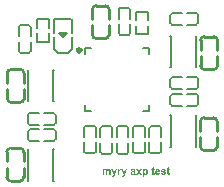
<source format=gto>
G04*
G04 #@! TF.GenerationSoftware,Altium Limited,Altium Designer,25.0.2 (28)*
G04*
G04 Layer_Color=65535*
%FSLAX44Y44*%
%MOMM*%
G71*
G04*
G04 #@! TF.SameCoordinates,45B9F587-651D-48FE-9BFB-3449DA8E954A*
G04*
G04*
G04 #@! TF.FilePolarity,Positive*
G04*
G01*
G75*
%ADD10C,0.1524*%
%ADD11C,0.2540*%
%ADD12C,0.3000*%
%ADD13C,0.1500*%
%ADD14C,0.2000*%
G36*
X95599Y35825D02*
X95648Y35818D01*
X95766Y35804D01*
X95898Y35784D01*
X96043Y35742D01*
X96189Y35694D01*
X96328Y35624D01*
X96334D01*
X96341Y35617D01*
X96383Y35582D01*
X96446Y35534D01*
X96529Y35472D01*
X96612Y35381D01*
X96702Y35277D01*
X96785Y35153D01*
X96855Y35014D01*
X96861Y35000D01*
X96868Y34979D01*
X96875Y34959D01*
X96882Y34924D01*
X96896Y34882D01*
X96910Y34841D01*
X96924Y34785D01*
X96931Y34716D01*
X96945Y34646D01*
X96959Y34570D01*
X96966Y34480D01*
X96973Y34390D01*
X96979Y34286D01*
X96986Y34168D01*
Y34050D01*
Y31089D01*
X95759D01*
Y33738D01*
Y33745D01*
Y33766D01*
Y33800D01*
Y33849D01*
X95752Y33905D01*
Y33967D01*
X95745Y34113D01*
X95724Y34258D01*
X95703Y34411D01*
X95690Y34473D01*
X95669Y34536D01*
X95648Y34591D01*
X95627Y34632D01*
X95620Y34646D01*
X95592Y34674D01*
X95558Y34716D01*
X95502Y34764D01*
X95426Y34813D01*
X95336Y34854D01*
X95232Y34882D01*
X95107Y34896D01*
X95065D01*
X95017Y34889D01*
X94948Y34875D01*
X94878Y34854D01*
X94795Y34827D01*
X94712Y34792D01*
X94622Y34737D01*
X94615Y34730D01*
X94587Y34709D01*
X94545Y34667D01*
X94497Y34619D01*
X94441Y34556D01*
X94386Y34473D01*
X94338Y34383D01*
X94296Y34272D01*
X94289Y34258D01*
Y34237D01*
X94282Y34216D01*
X94275Y34182D01*
X94268Y34140D01*
X94254Y34099D01*
X94247Y34043D01*
X94240Y33981D01*
X94227Y33905D01*
X94220Y33828D01*
X94213Y33745D01*
X94206Y33648D01*
Y33544D01*
X94199Y33433D01*
Y33315D01*
Y31089D01*
X92971D01*
Y33627D01*
Y33634D01*
Y33655D01*
Y33689D01*
Y33738D01*
Y33793D01*
Y33856D01*
X92964Y33995D01*
X92957Y34140D01*
X92944Y34286D01*
X92937Y34348D01*
X92923Y34411D01*
X92916Y34459D01*
X92902Y34501D01*
Y34508D01*
X92888Y34536D01*
X92874Y34570D01*
X92853Y34612D01*
X92791Y34709D01*
X92750Y34757D01*
X92701Y34799D01*
X92694Y34806D01*
X92673Y34813D01*
X92646Y34827D01*
X92604Y34848D01*
X92548Y34868D01*
X92486Y34882D01*
X92410Y34889D01*
X92326Y34896D01*
X92278D01*
X92222Y34889D01*
X92153Y34875D01*
X92077Y34854D01*
X91994Y34827D01*
X91904Y34792D01*
X91813Y34737D01*
X91806Y34730D01*
X91779Y34709D01*
X91737Y34674D01*
X91689Y34626D01*
X91640Y34563D01*
X91585Y34487D01*
X91536Y34397D01*
X91494Y34293D01*
X91488Y34279D01*
Y34265D01*
X91481Y34237D01*
X91474Y34210D01*
X91467Y34168D01*
X91453Y34119D01*
X91446Y34071D01*
X91439Y34009D01*
X91425Y33939D01*
X91418Y33856D01*
X91411Y33773D01*
X91404Y33676D01*
Y33572D01*
X91397Y33461D01*
Y33343D01*
Y31089D01*
X90170D01*
Y35728D01*
X91300D01*
Y35090D01*
X91307Y35097D01*
X91328Y35125D01*
X91363Y35159D01*
X91411Y35208D01*
X91467Y35264D01*
X91536Y35326D01*
X91619Y35395D01*
X91709Y35465D01*
X91806Y35534D01*
X91917Y35596D01*
X92035Y35659D01*
X92160Y35714D01*
X92299Y35763D01*
X92437Y35798D01*
X92590Y35825D01*
X92743Y35832D01*
X92819D01*
X92853Y35825D01*
X92902D01*
X93006Y35811D01*
X93124Y35784D01*
X93256Y35756D01*
X93387Y35707D01*
X93512Y35645D01*
X93519D01*
X93526Y35638D01*
X93568Y35610D01*
X93630Y35569D01*
X93706Y35506D01*
X93790Y35430D01*
X93880Y35333D01*
X93970Y35222D01*
X94053Y35090D01*
X94060Y35097D01*
X94067Y35104D01*
X94081Y35125D01*
X94109Y35153D01*
X94171Y35215D01*
X94247Y35298D01*
X94351Y35388D01*
X94462Y35485D01*
X94580Y35569D01*
X94712Y35645D01*
X94719D01*
X94726Y35652D01*
X94747Y35666D01*
X94774Y35673D01*
X94844Y35707D01*
X94941Y35742D01*
X95052Y35770D01*
X95183Y35804D01*
X95322Y35825D01*
X95468Y35832D01*
X95551D01*
X95599Y35825D01*
D02*
G37*
G36*
X105432D02*
X105474Y35818D01*
X105578Y35804D01*
X105703Y35777D01*
X105841Y35735D01*
X105987Y35673D01*
X106132Y35596D01*
X105751Y34529D01*
X105737Y34536D01*
X105696Y34563D01*
X105640Y34591D01*
X105564Y34632D01*
X105474Y34667D01*
X105377Y34702D01*
X105280Y34723D01*
X105176Y34730D01*
X105134D01*
X105085Y34723D01*
X105023Y34709D01*
X104954Y34695D01*
X104884Y34667D01*
X104808Y34632D01*
X104739Y34584D01*
X104732Y34577D01*
X104711Y34556D01*
X104676Y34522D01*
X104635Y34466D01*
X104593Y34397D01*
X104545Y34307D01*
X104496Y34203D01*
X104454Y34071D01*
Y34064D01*
X104447Y34050D01*
Y34029D01*
X104441Y33995D01*
X104434Y33953D01*
X104427Y33891D01*
X104413Y33821D01*
X104406Y33738D01*
X104399Y33641D01*
X104385Y33530D01*
X104378Y33405D01*
X104371Y33260D01*
X104364Y33100D01*
Y32927D01*
X104357Y32733D01*
Y32518D01*
Y31089D01*
X103130D01*
Y35728D01*
X104267D01*
Y35062D01*
X104274Y35069D01*
X104281Y35083D01*
X104295Y35104D01*
X104316Y35139D01*
X104371Y35222D01*
X104441Y35319D01*
X104524Y35423D01*
X104607Y35520D01*
X104697Y35610D01*
X104746Y35652D01*
X104787Y35680D01*
X104801Y35687D01*
X104829Y35700D01*
X104877Y35728D01*
X104940Y35756D01*
X105023Y35784D01*
X105113Y35811D01*
X105210Y35825D01*
X105321Y35832D01*
X105391D01*
X105432Y35825D01*
D02*
G37*
G36*
X126685D02*
X126748D01*
X126817Y35811D01*
X126894Y35798D01*
X126984Y35777D01*
X127088Y35756D01*
X127192Y35721D01*
X127303Y35680D01*
X127414Y35624D01*
X127531Y35562D01*
X127649Y35492D01*
X127760Y35402D01*
X127871Y35305D01*
X127982Y35194D01*
X127989Y35187D01*
X128010Y35166D01*
X128038Y35132D01*
X128072Y35076D01*
X128114Y35014D01*
X128162Y34938D01*
X128211Y34841D01*
X128266Y34737D01*
X128322Y34619D01*
X128371Y34487D01*
X128419Y34341D01*
X128461Y34182D01*
X128495Y34015D01*
X128530Y33835D01*
X128544Y33641D01*
X128551Y33433D01*
Y33419D01*
Y33384D01*
X128544Y33322D01*
Y33239D01*
X128537Y33142D01*
X128523Y33031D01*
X128502Y32906D01*
X128482Y32767D01*
X128447Y32629D01*
X128412Y32476D01*
X128364Y32330D01*
X128308Y32178D01*
X128246Y32032D01*
X128169Y31887D01*
X128079Y31748D01*
X127982Y31623D01*
X127975Y31616D01*
X127955Y31595D01*
X127927Y31568D01*
X127878Y31526D01*
X127823Y31477D01*
X127760Y31422D01*
X127684Y31367D01*
X127594Y31304D01*
X127504Y31242D01*
X127393Y31186D01*
X127282Y31131D01*
X127157Y31082D01*
X127032Y31048D01*
X126894Y31013D01*
X126755Y30992D01*
X126602Y30985D01*
X126540D01*
X126464Y30992D01*
X126367Y31006D01*
X126263Y31020D01*
X126145Y31048D01*
X126020Y31089D01*
X125902Y31138D01*
X125888Y31145D01*
X125847Y31165D01*
X125784Y31207D01*
X125701Y31263D01*
X125604Y31332D01*
X125493Y31422D01*
X125375Y31533D01*
X125250Y31658D01*
Y29328D01*
X124023D01*
Y35728D01*
X125167D01*
Y35049D01*
X125181Y35055D01*
X125209Y35097D01*
X125257Y35166D01*
X125326Y35243D01*
X125410Y35333D01*
X125514Y35430D01*
X125632Y35527D01*
X125763Y35610D01*
X125770D01*
X125784Y35617D01*
X125805Y35631D01*
X125833Y35645D01*
X125867Y35659D01*
X125909Y35680D01*
X126013Y35721D01*
X126138Y35763D01*
X126283Y35798D01*
X126443Y35825D01*
X126609Y35832D01*
X126644D01*
X126685Y35825D01*
D02*
G37*
G36*
X121617Y33530D02*
X123329Y31089D01*
X121825D01*
X120882Y32524D01*
X119932Y31089D01*
X118496D01*
X120167Y33475D01*
X118566Y35728D01*
X120063D01*
X120882Y34452D01*
X121748Y35728D01*
X123184D01*
X121617Y33530D01*
D02*
G37*
G36*
X141781Y35825D02*
X141865D01*
X141955Y35818D01*
X142052Y35804D01*
X142163Y35791D01*
X142392Y35756D01*
X142620Y35700D01*
X142738Y35666D01*
X142842Y35624D01*
X142946Y35576D01*
X143036Y35520D01*
X143043D01*
X143057Y35506D01*
X143078Y35485D01*
X143113Y35465D01*
X143147Y35430D01*
X143196Y35388D01*
X143237Y35340D01*
X143293Y35291D01*
X143341Y35229D01*
X143397Y35159D01*
X143452Y35083D01*
X143508Y35000D01*
X143556Y34917D01*
X143605Y34820D01*
X143681Y34605D01*
X142523Y34390D01*
Y34404D01*
X142509Y34432D01*
X142488Y34480D01*
X142461Y34542D01*
X142419Y34612D01*
X142371Y34681D01*
X142308Y34743D01*
X142239Y34806D01*
X142232Y34813D01*
X142197Y34827D01*
X142156Y34854D01*
X142086Y34882D01*
X142003Y34903D01*
X141906Y34931D01*
X141781Y34945D01*
X141650Y34952D01*
X141573D01*
X141490Y34945D01*
X141386Y34938D01*
X141275Y34917D01*
X141157Y34896D01*
X141053Y34861D01*
X140963Y34813D01*
X140956Y34806D01*
X140942Y34799D01*
X140921Y34771D01*
X140894Y34743D01*
X140866Y34709D01*
X140845Y34667D01*
X140831Y34619D01*
X140824Y34563D01*
Y34556D01*
Y34542D01*
X140831Y34515D01*
X140838Y34487D01*
X140852Y34452D01*
X140873Y34418D01*
X140901Y34376D01*
X140942Y34341D01*
X140949Y34334D01*
X140963Y34327D01*
X140984Y34320D01*
X141012Y34307D01*
X141046Y34293D01*
X141095Y34272D01*
X141150Y34251D01*
X141213Y34230D01*
X141296Y34203D01*
X141386Y34175D01*
X141497Y34140D01*
X141615Y34113D01*
X141754Y34071D01*
X141913Y34036D01*
X142086Y33995D01*
X142100D01*
X142128Y33988D01*
X142177Y33974D01*
X142246Y33953D01*
X142322Y33932D01*
X142419Y33905D01*
X142516Y33877D01*
X142627Y33842D01*
X142849Y33766D01*
X143078Y33669D01*
X143182Y33620D01*
X143279Y33565D01*
X143376Y33509D01*
X143452Y33447D01*
X143459Y33440D01*
X143466Y33433D01*
X143487Y33412D01*
X143515Y33384D01*
X143542Y33357D01*
X143577Y33315D01*
X143612Y33266D01*
X143647Y33211D01*
X143716Y33079D01*
X143778Y32927D01*
X143827Y32746D01*
X143834Y32642D01*
X143841Y32538D01*
Y32531D01*
Y32511D01*
Y32476D01*
X143834Y32434D01*
X143827Y32379D01*
X143813Y32310D01*
X143799Y32240D01*
X143771Y32164D01*
X143744Y32081D01*
X143709Y31991D01*
X143667Y31900D01*
X143619Y31810D01*
X143556Y31713D01*
X143480Y31623D01*
X143404Y31533D01*
X143307Y31443D01*
X143300Y31436D01*
X143279Y31422D01*
X143251Y31401D01*
X143210Y31374D01*
X143154Y31339D01*
X143085Y31297D01*
X143002Y31256D01*
X142912Y31214D01*
X142808Y31172D01*
X142690Y31131D01*
X142558Y31089D01*
X142419Y31054D01*
X142267Y31027D01*
X142100Y31006D01*
X141920Y30992D01*
X141733Y30985D01*
X141643D01*
X141573Y30992D01*
X141497Y30999D01*
X141400Y31006D01*
X141303Y31020D01*
X141192Y31034D01*
X140949Y31075D01*
X140700Y31145D01*
X140575Y31193D01*
X140450Y31242D01*
X140339Y31297D01*
X140228Y31367D01*
X140221Y31374D01*
X140207Y31387D01*
X140180Y31408D01*
X140138Y31436D01*
X140096Y31477D01*
X140048Y31519D01*
X139992Y31575D01*
X139937Y31637D01*
X139874Y31713D01*
X139812Y31790D01*
X139756Y31873D01*
X139694Y31970D01*
X139639Y32067D01*
X139590Y32171D01*
X139548Y32289D01*
X139514Y32407D01*
X140741Y32594D01*
Y32587D01*
X140748Y32580D01*
X140755Y32538D01*
X140776Y32469D01*
X140810Y32393D01*
X140852Y32303D01*
X140907Y32213D01*
X140970Y32129D01*
X141053Y32053D01*
X141067Y32046D01*
X141095Y32025D01*
X141150Y31997D01*
X141227Y31963D01*
X141324Y31928D01*
X141441Y31900D01*
X141573Y31880D01*
X141726Y31873D01*
X141802D01*
X141844Y31880D01*
X141892D01*
X141996Y31893D01*
X142114Y31914D01*
X142232Y31949D01*
X142343Y31991D01*
X142440Y32046D01*
X142447Y32053D01*
X142468Y32067D01*
X142495Y32095D01*
X142523Y32129D01*
X142551Y32178D01*
X142579Y32233D01*
X142599Y32296D01*
X142606Y32372D01*
Y32379D01*
Y32393D01*
X142599Y32420D01*
X142593Y32455D01*
X142572Y32524D01*
X142544Y32566D01*
X142516Y32601D01*
X142509Y32608D01*
X142495Y32615D01*
X142468Y32636D01*
X142433Y32656D01*
X142378Y32684D01*
X142308Y32712D01*
X142218Y32740D01*
X142107Y32767D01*
X142100D01*
X142093Y32774D01*
X142072D01*
X142045Y32781D01*
X141968Y32802D01*
X141871Y32823D01*
X141754Y32850D01*
X141622Y32885D01*
X141476Y32920D01*
X141317Y32961D01*
X141005Y33059D01*
X140845Y33107D01*
X140693Y33156D01*
X140554Y33211D01*
X140429Y33260D01*
X140318Y33315D01*
X140235Y33364D01*
X140228Y33370D01*
X140214Y33384D01*
X140186Y33405D01*
X140152Y33433D01*
X140110Y33468D01*
X140062Y33516D01*
X140013Y33572D01*
X139965Y33634D01*
X139909Y33703D01*
X139860Y33780D01*
X139812Y33870D01*
X139770Y33960D01*
X139736Y34064D01*
X139708Y34168D01*
X139694Y34286D01*
X139687Y34404D01*
Y34411D01*
Y34432D01*
Y34459D01*
X139694Y34508D01*
X139701Y34556D01*
X139715Y34619D01*
X139729Y34681D01*
X139749Y34757D01*
X139805Y34917D01*
X139840Y35000D01*
X139888Y35083D01*
X139944Y35173D01*
X140006Y35257D01*
X140075Y35340D01*
X140159Y35416D01*
X140166Y35423D01*
X140180Y35437D01*
X140207Y35458D01*
X140249Y35478D01*
X140297Y35513D01*
X140360Y35548D01*
X140436Y35582D01*
X140519Y35624D01*
X140616Y35666D01*
X140727Y35700D01*
X140845Y35735D01*
X140977Y35770D01*
X141123Y35791D01*
X141282Y35811D01*
X141448Y35825D01*
X141629Y35832D01*
X141719D01*
X141781Y35825D01*
D02*
G37*
G36*
X109211Y31263D02*
X108913Y30458D01*
Y30451D01*
X108906Y30437D01*
X108899Y30417D01*
X108885Y30389D01*
X108858Y30319D01*
X108816Y30229D01*
X108767Y30132D01*
X108719Y30028D01*
X108664Y29931D01*
X108608Y29841D01*
X108601Y29834D01*
X108580Y29806D01*
X108553Y29765D01*
X108511Y29716D01*
X108462Y29661D01*
X108407Y29605D01*
X108338Y29550D01*
X108268Y29494D01*
X108261Y29487D01*
X108234Y29474D01*
X108192Y29446D01*
X108143Y29418D01*
X108074Y29383D01*
X107991Y29349D01*
X107901Y29314D01*
X107804Y29286D01*
X107790D01*
X107755Y29272D01*
X107700Y29265D01*
X107623Y29252D01*
X107533Y29238D01*
X107429Y29224D01*
X107311Y29217D01*
X107180Y29210D01*
X107117D01*
X107048Y29217D01*
X106965D01*
X106854Y29231D01*
X106743Y29245D01*
X106618Y29258D01*
X106493Y29286D01*
X106382Y30250D01*
X106396D01*
X106431Y30243D01*
X106486Y30229D01*
X106556Y30222D01*
X106632Y30208D01*
X106722Y30195D01*
X106895Y30188D01*
X106937D01*
X106965Y30195D01*
X107041Y30202D01*
X107138Y30222D01*
X107235Y30250D01*
X107346Y30299D01*
X107443Y30361D01*
X107526Y30444D01*
X107533Y30458D01*
X107561Y30493D01*
X107596Y30541D01*
X107644Y30618D01*
X107693Y30708D01*
X107748Y30819D01*
X107797Y30937D01*
X107838Y31075D01*
X106084Y35728D01*
X107388D01*
X108490Y32427D01*
X109579Y35728D01*
X110848D01*
X109211Y31263D01*
D02*
G37*
G36*
X100758D02*
X100460Y30458D01*
Y30451D01*
X100453Y30437D01*
X100447Y30417D01*
X100433Y30389D01*
X100405Y30319D01*
X100363Y30229D01*
X100315Y30132D01*
X100266Y30028D01*
X100211Y29931D01*
X100155Y29841D01*
X100148Y29834D01*
X100127Y29806D01*
X100100Y29765D01*
X100058Y29716D01*
X100010Y29661D01*
X99954Y29605D01*
X99885Y29550D01*
X99816Y29494D01*
X99809Y29487D01*
X99781Y29474D01*
X99739Y29446D01*
X99691Y29418D01*
X99621Y29383D01*
X99538Y29349D01*
X99448Y29314D01*
X99351Y29286D01*
X99337D01*
X99302Y29272D01*
X99247Y29265D01*
X99171Y29252D01*
X99080Y29238D01*
X98976Y29224D01*
X98859Y29217D01*
X98727Y29210D01*
X98664D01*
X98595Y29217D01*
X98512D01*
X98401Y29231D01*
X98290Y29245D01*
X98165Y29258D01*
X98040Y29286D01*
X97929Y30250D01*
X97943D01*
X97978Y30243D01*
X98033Y30229D01*
X98103Y30222D01*
X98179Y30208D01*
X98269Y30195D01*
X98442Y30188D01*
X98484D01*
X98512Y30195D01*
X98588Y30202D01*
X98685Y30222D01*
X98782Y30250D01*
X98893Y30299D01*
X98990Y30361D01*
X99073Y30444D01*
X99080Y30458D01*
X99108Y30493D01*
X99143Y30541D01*
X99191Y30618D01*
X99240Y30708D01*
X99295Y30819D01*
X99344Y30937D01*
X99386Y31075D01*
X97631Y35728D01*
X98935D01*
X100037Y32427D01*
X101126Y35728D01*
X102395D01*
X100758Y31263D01*
D02*
G37*
G36*
X116132Y35825D02*
X116215D01*
X116298Y35818D01*
X116395Y35804D01*
X116596Y35784D01*
X116797Y35749D01*
X116992Y35700D01*
X117075Y35666D01*
X117158Y35631D01*
X117165D01*
X117179Y35624D01*
X117199Y35610D01*
X117220Y35596D01*
X117297Y35555D01*
X117380Y35499D01*
X117477Y35423D01*
X117567Y35340D01*
X117657Y35243D01*
X117726Y35139D01*
X117733Y35125D01*
X117740Y35104D01*
X117754Y35083D01*
X117768Y35049D01*
X117782Y35000D01*
X117796Y34952D01*
X117810Y34889D01*
X117824Y34820D01*
X117837Y34743D01*
X117851Y34653D01*
X117865Y34549D01*
X117879Y34438D01*
X117886Y34320D01*
X117893Y34189D01*
Y34043D01*
X117872Y32608D01*
Y32601D01*
Y32580D01*
Y32552D01*
Y32511D01*
Y32455D01*
Y32400D01*
X117879Y32268D01*
X117886Y32122D01*
X117893Y31970D01*
X117907Y31831D01*
X117921Y31762D01*
X117928Y31706D01*
Y31692D01*
X117942Y31658D01*
X117955Y31595D01*
X117976Y31519D01*
X118004Y31429D01*
X118046Y31325D01*
X118094Y31207D01*
X118149Y31089D01*
X116936D01*
Y31096D01*
X116929Y31110D01*
X116915Y31138D01*
X116901Y31179D01*
X116888Y31228D01*
X116860Y31290D01*
X116839Y31367D01*
X116811Y31450D01*
Y31457D01*
X116804Y31470D01*
X116797Y31512D01*
X116784Y31561D01*
X116777Y31581D01*
X116770Y31595D01*
X116756Y31581D01*
X116714Y31547D01*
X116652Y31491D01*
X116568Y31422D01*
X116471Y31353D01*
X116354Y31276D01*
X116229Y31200D01*
X116097Y31138D01*
X116090D01*
X116083Y31131D01*
X116062Y31124D01*
X116035Y31117D01*
X115965Y31089D01*
X115868Y31061D01*
X115757Y31034D01*
X115625Y31006D01*
X115487Y30992D01*
X115334Y30985D01*
X115265D01*
X115216Y30992D01*
X115154Y30999D01*
X115085Y31006D01*
X115008Y31020D01*
X114925Y31034D01*
X114745Y31075D01*
X114558Y31145D01*
X114460Y31193D01*
X114370Y31242D01*
X114287Y31297D01*
X114204Y31367D01*
X114197Y31374D01*
X114183Y31387D01*
X114169Y31408D01*
X114142Y31436D01*
X114107Y31477D01*
X114072Y31519D01*
X114038Y31575D01*
X114003Y31637D01*
X113961Y31706D01*
X113927Y31776D01*
X113857Y31949D01*
X113829Y32039D01*
X113816Y32136D01*
X113802Y32240D01*
X113795Y32351D01*
Y32358D01*
Y32372D01*
Y32393D01*
Y32420D01*
X113802Y32490D01*
X113816Y32587D01*
X113843Y32698D01*
X113871Y32816D01*
X113920Y32934D01*
X113982Y33052D01*
Y33059D01*
X113989Y33065D01*
X114017Y33100D01*
X114058Y33156D01*
X114121Y33225D01*
X114190Y33301D01*
X114280Y33377D01*
X114384Y33454D01*
X114502Y33516D01*
X114509D01*
X114516Y33523D01*
X114537Y33530D01*
X114565Y33544D01*
X114599Y33558D01*
X114641Y33579D01*
X114696Y33592D01*
X114752Y33613D01*
X114814Y33634D01*
X114890Y33662D01*
X114974Y33683D01*
X115057Y33710D01*
X115154Y33731D01*
X115258Y33759D01*
X115362Y33787D01*
X115480Y33807D01*
X115487D01*
X115514Y33814D01*
X115563Y33821D01*
X115618Y33835D01*
X115688Y33849D01*
X115771Y33863D01*
X115861Y33884D01*
X115958Y33905D01*
X116152Y33953D01*
X116354Y34002D01*
X116444Y34029D01*
X116534Y34057D01*
X116610Y34085D01*
X116679Y34113D01*
Y34230D01*
Y34237D01*
Y34244D01*
Y34293D01*
X116672Y34355D01*
X116659Y34432D01*
X116638Y34515D01*
X116603Y34598D01*
X116562Y34681D01*
X116499Y34743D01*
X116492Y34750D01*
X116465Y34764D01*
X116416Y34792D01*
X116354Y34820D01*
X116263Y34848D01*
X116145Y34875D01*
X116076Y34882D01*
X116007Y34889D01*
X115924Y34896D01*
X115778D01*
X115716Y34889D01*
X115646Y34882D01*
X115563Y34861D01*
X115473Y34841D01*
X115390Y34806D01*
X115313Y34764D01*
X115307Y34757D01*
X115286Y34737D01*
X115251Y34709D01*
X115209Y34660D01*
X115161Y34598D01*
X115112Y34515D01*
X115064Y34418D01*
X115022Y34307D01*
X113920Y34508D01*
Y34515D01*
X113927Y34536D01*
X113940Y34570D01*
X113954Y34619D01*
X113975Y34674D01*
X114003Y34737D01*
X114072Y34882D01*
X114162Y35049D01*
X114273Y35215D01*
X114405Y35368D01*
X114481Y35444D01*
X114565Y35506D01*
X114571Y35513D01*
X114585Y35520D01*
X114613Y35534D01*
X114648Y35555D01*
X114696Y35582D01*
X114759Y35610D01*
X114828Y35638D01*
X114904Y35673D01*
X115001Y35700D01*
X115098Y35728D01*
X115209Y35756D01*
X115334Y35784D01*
X115466Y35804D01*
X115612Y35818D01*
X115764Y35832D01*
X116069D01*
X116132Y35825D01*
D02*
G37*
G36*
X146205Y35728D02*
X147044D01*
Y34750D01*
X146205D01*
Y32878D01*
Y32871D01*
Y32850D01*
Y32823D01*
Y32788D01*
Y32746D01*
Y32691D01*
Y32580D01*
X146212Y32469D01*
Y32358D01*
X146219Y32310D01*
Y32268D01*
X146226Y32233D01*
Y32213D01*
Y32206D01*
X146233Y32199D01*
X146247Y32157D01*
X146281Y32109D01*
X146330Y32060D01*
X146337D01*
X146344Y32053D01*
X146365Y32046D01*
X146392Y32032D01*
X146455Y32011D01*
X146538Y32004D01*
X146573D01*
X146608Y32011D01*
X146663Y32018D01*
X146732Y32032D01*
X146822Y32053D01*
X146919Y32081D01*
X147030Y32115D01*
X147141Y31165D01*
X147135D01*
X147121Y31158D01*
X147100Y31152D01*
X147065Y31138D01*
X147023Y31124D01*
X146975Y31110D01*
X146919Y31089D01*
X146857Y31075D01*
X146718Y31041D01*
X146552Y31013D01*
X146365Y30992D01*
X146171Y30985D01*
X146115D01*
X146053Y30992D01*
X145969Y30999D01*
X145879Y31013D01*
X145782Y31034D01*
X145678Y31061D01*
X145574Y31096D01*
X145560Y31103D01*
X145533Y31117D01*
X145484Y31138D01*
X145429Y31172D01*
X145366Y31214D01*
X145297Y31263D01*
X145241Y31318D01*
X145186Y31380D01*
X145179Y31387D01*
X145165Y31415D01*
X145144Y31457D01*
X145117Y31505D01*
X145089Y31575D01*
X145061Y31658D01*
X145033Y31755D01*
X145013Y31859D01*
Y31873D01*
X145006Y31900D01*
Y31928D01*
X144999Y31963D01*
Y32004D01*
Y32046D01*
X144992Y32102D01*
Y32164D01*
X144985Y32233D01*
Y32317D01*
X144978Y32407D01*
Y32504D01*
Y32608D01*
Y32726D01*
Y34750D01*
X144416D01*
Y35728D01*
X144978D01*
Y36650D01*
X146205Y37372D01*
Y35728D01*
D02*
G37*
G36*
X136837Y35825D02*
X136913Y35818D01*
X136997Y35811D01*
X137101Y35798D01*
X137212Y35777D01*
X137330Y35749D01*
X137461Y35707D01*
X137593Y35666D01*
X137725Y35610D01*
X137863Y35541D01*
X137995Y35465D01*
X138127Y35375D01*
X138252Y35264D01*
X138370Y35146D01*
X138377Y35139D01*
X138397Y35111D01*
X138425Y35076D01*
X138460Y35021D01*
X138508Y34945D01*
X138557Y34854D01*
X138612Y34750D01*
X138668Y34632D01*
X138723Y34494D01*
X138772Y34334D01*
X138820Y34168D01*
X138862Y33981D01*
X138897Y33773D01*
X138924Y33551D01*
X138945Y33315D01*
Y33059D01*
X135873D01*
Y33052D01*
Y33038D01*
Y33003D01*
X135880Y32968D01*
X135887Y32920D01*
X135894Y32864D01*
X135915Y32746D01*
X135950Y32608D01*
X135998Y32462D01*
X136067Y32324D01*
X136165Y32199D01*
X136172D01*
X136178Y32185D01*
X136213Y32150D01*
X136276Y32102D01*
X136359Y32053D01*
X136463Y31997D01*
X136587Y31949D01*
X136726Y31914D01*
X136803Y31907D01*
X136879Y31900D01*
X136927D01*
X136976Y31907D01*
X137045Y31921D01*
X137121Y31935D01*
X137198Y31963D01*
X137281Y32004D01*
X137357Y32053D01*
X137364Y32060D01*
X137392Y32081D01*
X137427Y32122D01*
X137468Y32178D01*
X137524Y32247D01*
X137572Y32337D01*
X137621Y32441D01*
X137662Y32566D01*
X138883Y32358D01*
Y32351D01*
X138869Y32330D01*
X138855Y32296D01*
X138841Y32247D01*
X138813Y32192D01*
X138779Y32129D01*
X138744Y32053D01*
X138702Y31977D01*
X138598Y31810D01*
X138467Y31644D01*
X138314Y31477D01*
X138224Y31401D01*
X138134Y31332D01*
X138127Y31325D01*
X138113Y31318D01*
X138085Y31297D01*
X138044Y31276D01*
X137995Y31249D01*
X137933Y31221D01*
X137863Y31193D01*
X137787Y31158D01*
X137697Y31124D01*
X137600Y31096D01*
X137496Y31068D01*
X137385Y31041D01*
X137267Y31020D01*
X137135Y30999D01*
X137004Y30992D01*
X136865Y30985D01*
X136809D01*
X136747Y30992D01*
X136664Y30999D01*
X136567Y31006D01*
X136449Y31027D01*
X136324Y31048D01*
X136185Y31082D01*
X136040Y31124D01*
X135894Y31179D01*
X135749Y31242D01*
X135596Y31318D01*
X135457Y31408D01*
X135319Y31512D01*
X135194Y31630D01*
X135076Y31769D01*
X135069Y31776D01*
X135055Y31797D01*
X135034Y31831D01*
X135007Y31887D01*
X134972Y31949D01*
X134930Y32018D01*
X134889Y32109D01*
X134847Y32206D01*
X134805Y32317D01*
X134764Y32441D01*
X134722Y32573D01*
X134688Y32712D01*
X134660Y32864D01*
X134639Y33024D01*
X134625Y33197D01*
X134618Y33370D01*
Y33384D01*
Y33419D01*
X134625Y33482D01*
Y33558D01*
X134639Y33655D01*
X134653Y33773D01*
X134667Y33891D01*
X134694Y34029D01*
X134722Y34168D01*
X134764Y34314D01*
X134812Y34466D01*
X134868Y34619D01*
X134937Y34764D01*
X135020Y34910D01*
X135111Y35049D01*
X135215Y35173D01*
X135222Y35180D01*
X135242Y35201D01*
X135277Y35236D01*
X135325Y35277D01*
X135381Y35326D01*
X135457Y35381D01*
X135541Y35444D01*
X135631Y35506D01*
X135735Y35562D01*
X135852Y35624D01*
X135977Y35680D01*
X136116Y35728D01*
X136255Y35770D01*
X136407Y35804D01*
X136574Y35825D01*
X136740Y35832D01*
X136789D01*
X136837Y35825D01*
D02*
G37*
G36*
X133287Y35728D02*
X134126D01*
Y34750D01*
X133287D01*
Y32878D01*
Y32871D01*
Y32850D01*
Y32823D01*
Y32788D01*
Y32746D01*
Y32691D01*
Y32580D01*
X133294Y32469D01*
Y32358D01*
X133301Y32310D01*
Y32268D01*
X133308Y32233D01*
Y32213D01*
Y32206D01*
X133315Y32199D01*
X133329Y32157D01*
X133363Y32109D01*
X133412Y32060D01*
X133419D01*
X133426Y32053D01*
X133446Y32046D01*
X133474Y32032D01*
X133537Y32011D01*
X133620Y32004D01*
X133654D01*
X133689Y32011D01*
X133744Y32018D01*
X133814Y32032D01*
X133904Y32053D01*
X134001Y32081D01*
X134112Y32115D01*
X134223Y31165D01*
X134216D01*
X134202Y31158D01*
X134181Y31152D01*
X134147Y31138D01*
X134105Y31124D01*
X134057Y31110D01*
X134001Y31089D01*
X133939Y31075D01*
X133800Y31041D01*
X133634Y31013D01*
X133446Y30992D01*
X133252Y30985D01*
X133197D01*
X133134Y30992D01*
X133051Y30999D01*
X132961Y31013D01*
X132864Y31034D01*
X132760Y31061D01*
X132656Y31096D01*
X132642Y31103D01*
X132614Y31117D01*
X132566Y31138D01*
X132510Y31172D01*
X132448Y31214D01*
X132379Y31263D01*
X132323Y31318D01*
X132268Y31380D01*
X132261Y31387D01*
X132247Y31415D01*
X132226Y31457D01*
X132198Y31505D01*
X132170Y31575D01*
X132143Y31658D01*
X132115Y31755D01*
X132094Y31859D01*
Y31873D01*
X132087Y31900D01*
Y31928D01*
X132080Y31963D01*
Y32004D01*
Y32046D01*
X132073Y32102D01*
Y32164D01*
X132066Y32233D01*
Y32317D01*
X132059Y32407D01*
Y32504D01*
Y32608D01*
Y32726D01*
Y34750D01*
X131498D01*
Y35728D01*
X132059D01*
Y36650D01*
X133287Y37372D01*
Y35728D01*
D02*
G37*
%LPC*%
G36*
X126269Y34861D02*
X126228D01*
X126193Y34854D01*
X126159Y34848D01*
X126110Y34841D01*
X126006Y34820D01*
X125888Y34778D01*
X125763Y34716D01*
X125701Y34674D01*
X125638Y34626D01*
X125576Y34570D01*
X125521Y34508D01*
Y34501D01*
X125507Y34494D01*
X125493Y34473D01*
X125472Y34445D01*
X125451Y34404D01*
X125430Y34362D01*
X125403Y34307D01*
X125375Y34251D01*
X125347Y34182D01*
X125319Y34106D01*
X125299Y34022D01*
X125278Y33932D01*
X125257Y33828D01*
X125243Y33724D01*
X125236Y33606D01*
X125229Y33482D01*
Y33475D01*
Y33447D01*
Y33405D01*
X125236Y33357D01*
Y33287D01*
X125243Y33211D01*
X125257Y33135D01*
X125271Y33045D01*
X125306Y32857D01*
X125361Y32663D01*
X125437Y32483D01*
X125479Y32400D01*
X125534Y32324D01*
X125541Y32317D01*
X125548Y32310D01*
X125590Y32268D01*
X125659Y32206D01*
X125749Y32143D01*
X125860Y32074D01*
X125985Y32011D01*
X126138Y31970D01*
X126214Y31963D01*
X126297Y31956D01*
X126339D01*
X126367Y31963D01*
X126443Y31977D01*
X126547Y31997D01*
X126658Y32039D01*
X126776Y32102D01*
X126831Y32136D01*
X126894Y32185D01*
X126949Y32233D01*
X127004Y32296D01*
X127011Y32303D01*
X127018Y32310D01*
X127032Y32330D01*
X127053Y32358D01*
X127074Y32400D01*
X127095Y32441D01*
X127122Y32497D01*
X127150Y32566D01*
X127178Y32636D01*
X127206Y32719D01*
X127226Y32809D01*
X127247Y32913D01*
X127268Y33024D01*
X127282Y33149D01*
X127296Y33280D01*
Y33419D01*
Y33426D01*
Y33454D01*
Y33488D01*
X127289Y33537D01*
Y33599D01*
X127282Y33669D01*
X127268Y33745D01*
X127261Y33828D01*
X127226Y34002D01*
X127171Y34182D01*
X127095Y34355D01*
X127053Y34432D01*
X126997Y34501D01*
Y34508D01*
X126984Y34515D01*
X126942Y34556D01*
X126880Y34612D01*
X126796Y34681D01*
X126692Y34750D01*
X126568Y34806D01*
X126429Y34848D01*
X126353Y34854D01*
X126269Y34861D01*
D02*
G37*
G36*
X116679Y33315D02*
X116666Y33308D01*
X116631Y33301D01*
X116575Y33280D01*
X116492Y33260D01*
X116388Y33232D01*
X116257Y33197D01*
X116104Y33163D01*
X115924Y33121D01*
X115917D01*
X115903Y33114D01*
X115875D01*
X115840Y33100D01*
X115757Y33079D01*
X115653Y33059D01*
X115542Y33024D01*
X115431Y32989D01*
X115334Y32954D01*
X115293Y32934D01*
X115258Y32913D01*
X115251Y32906D01*
X115223Y32885D01*
X115182Y32843D01*
X115140Y32795D01*
X115098Y32733D01*
X115057Y32656D01*
X115029Y32573D01*
X115022Y32483D01*
Y32469D01*
Y32441D01*
X115029Y32393D01*
X115043Y32330D01*
X115071Y32261D01*
X115098Y32185D01*
X115147Y32115D01*
X115209Y32039D01*
X115216Y32032D01*
X115244Y32011D01*
X115286Y31977D01*
X115341Y31949D01*
X115417Y31914D01*
X115501Y31880D01*
X115598Y31859D01*
X115702Y31852D01*
X115716D01*
X115757Y31859D01*
X115820Y31866D01*
X115903Y31880D01*
X116000Y31907D01*
X116111Y31942D01*
X116222Y31997D01*
X116333Y32067D01*
X116340Y32074D01*
X116367Y32095D01*
X116409Y32129D01*
X116451Y32178D01*
X116506Y32240D01*
X116555Y32310D01*
X116596Y32386D01*
X116631Y32469D01*
Y32476D01*
X116638Y32504D01*
X116645Y32545D01*
X116659Y32601D01*
X116666Y32684D01*
X116672Y32788D01*
X116679Y32913D01*
Y33065D01*
Y33315D01*
D02*
G37*
G36*
X136809Y34896D02*
X136768D01*
X136740Y34889D01*
X136671Y34882D01*
X136574Y34861D01*
X136470Y34827D01*
X136359Y34771D01*
X136255Y34695D01*
X136199Y34653D01*
X136151Y34598D01*
X136137Y34584D01*
X136109Y34542D01*
X136067Y34480D01*
X136019Y34390D01*
X135970Y34279D01*
X135929Y34140D01*
X135901Y33988D01*
X135894Y33807D01*
X137725D01*
Y33814D01*
Y33828D01*
Y33856D01*
X137718Y33898D01*
X137711Y33939D01*
X137704Y33988D01*
X137683Y34106D01*
X137648Y34237D01*
X137600Y34369D01*
X137537Y34501D01*
X137447Y34612D01*
X137434Y34626D01*
X137399Y34653D01*
X137343Y34702D01*
X137267Y34757D01*
X137177Y34806D01*
X137066Y34854D01*
X136941Y34882D01*
X136809Y34896D01*
D02*
G37*
%LPD*%
D10*
X113592Y171105D02*
G03*
X112068Y172629I-1524J0D01*
G01*
X105144D02*
G03*
X103620Y171105I0J-1524D01*
G01*
X112068Y149255D02*
G03*
X113592Y150779I0J1524D01*
G01*
X103620D02*
G03*
X105144Y149255I1524J0D01*
G01*
X74366Y50592D02*
G03*
X75890Y49068I1524J0D01*
G01*
X82814D02*
G03*
X84338Y50592I0J1524D01*
G01*
X75890Y72442D02*
G03*
X74366Y70918I0J-1524D01*
G01*
X84338D02*
G03*
X82814Y72442I-1524J0D01*
G01*
X125917Y70918D02*
G03*
X124392Y72442I-1524J0D01*
G01*
X117468D02*
G03*
X115944Y70918I0J-1524D01*
G01*
X124392Y49068D02*
G03*
X125917Y50592I0J1524D01*
G01*
X115944D02*
G03*
X117468Y49068I1524J0D01*
G01*
X129804Y50592D02*
G03*
X131328Y49068I1524J0D01*
G01*
X138252D02*
G03*
X139776Y50592I0J1524D01*
G01*
X131328Y72442D02*
G03*
X129804Y70918I0J-1524D01*
G01*
X139776D02*
G03*
X138252Y72442I-1524J0D01*
G01*
X88225Y50390D02*
G03*
X89749Y48866I1524J0D01*
G01*
X96673D02*
G03*
X98197Y50390I0J1524D01*
G01*
X89749Y72240D02*
G03*
X88225Y70716I0J-1524D01*
G01*
X98197D02*
G03*
X96673Y72240I-1524J0D01*
G01*
X169454Y158243D02*
G03*
X170978Y159767I0J1524D01*
G01*
Y166691D02*
G03*
X169454Y168215I-1524J0D01*
G01*
X147604Y159767D02*
G03*
X149128Y158243I1524J0D01*
G01*
Y168215D02*
G03*
X147604Y166691I0J-1524D01*
G01*
X112057Y70603D02*
G03*
X110533Y72127I-1524J0D01*
G01*
X103609D02*
G03*
X102085Y70603I0J-1524D01*
G01*
X110533Y48753D02*
G03*
X112057Y50277I0J1524D01*
G01*
X102085D02*
G03*
X103609Y48753I1524J0D01*
G01*
X149127Y113586D02*
G03*
X147603Y112062I0J-1524D01*
G01*
Y105138D02*
G03*
X149127Y103614I1524J0D01*
G01*
X170977Y112062D02*
G03*
X169454Y113586I-1524J0D01*
G01*
Y103614D02*
G03*
X170977Y105138I0J1524D01*
G01*
X169454Y89262D02*
G03*
X170977Y90786I0J1524D01*
G01*
Y97710D02*
G03*
X169454Y99234I-1524J0D01*
G01*
X147603Y90786D02*
G03*
X149127Y89262I1524J0D01*
G01*
Y99234D02*
G03*
X147603Y97710I0J-1524D01*
G01*
X28413Y69390D02*
G03*
X26889Y67866I0J-1524D01*
G01*
Y60942D02*
G03*
X28413Y59418I1524J0D01*
G01*
X50263Y67866D02*
G03*
X48739Y69390I-1524J0D01*
G01*
Y59418D02*
G03*
X50263Y60942I0J1524D01*
G01*
X28413Y83367D02*
G03*
X26889Y81843I0J-1524D01*
G01*
Y74919D02*
G03*
X28413Y73395I1524J0D01*
G01*
X50263Y81843D02*
G03*
X48739Y83367I-1524J0D01*
G01*
Y73395D02*
G03*
X50263Y74919I0J1524D01*
G01*
X19144Y135887D02*
G03*
X20668Y134363I1524J0D01*
G01*
X27592D02*
G03*
X29116Y135887I0J1524D01*
G01*
X20668Y157737D02*
G03*
X19144Y156213I0J-1524D01*
G01*
X29116D02*
G03*
X27592Y157737I-1524J0D01*
G01*
X105144Y172629D02*
X112068D01*
X103620Y163204D02*
Y171105D01*
X113592Y163204D02*
Y171105D01*
X105144Y149255D02*
X112068D01*
X103620Y150779D02*
Y158680D01*
X113592Y150779D02*
Y158680D01*
X169239Y81325D02*
X169351D01*
X169239Y54801D02*
Y81325D01*
Y54801D02*
X169351D01*
X147603Y81325D02*
X147715D01*
Y54801D02*
Y81325D01*
X147603Y54801D02*
X147715D01*
X147603Y122035D02*
X147715D01*
Y148559D01*
X147603D02*
X147715D01*
X169239Y122035D02*
X169351D01*
X169239D02*
Y148559D01*
X169351D01*
X26889Y26015D02*
X27001D01*
Y52539D01*
X26889D02*
X27001D01*
X48525Y26015D02*
X48637D01*
X48525D02*
Y52539D01*
X48637D01*
X48525Y119625D02*
X48637D01*
X48525Y93101D02*
Y119625D01*
Y93101D02*
X48637D01*
X26889Y119625D02*
X27001D01*
Y93101D02*
Y119625D01*
X26889Y93101D02*
X27001D01*
X75890Y49068D02*
X82814D01*
X84338Y50592D02*
Y58493D01*
X74366Y50592D02*
Y58493D01*
X75890Y72442D02*
X82814D01*
X84338Y63017D02*
Y70918D01*
X74366Y63017D02*
Y70918D01*
X115944Y63017D02*
Y70918D01*
X125917Y63017D02*
Y70918D01*
X117468Y72442D02*
X124392D01*
X115944Y50592D02*
Y58493D01*
X125917Y50592D02*
Y58493D01*
X117468Y49068D02*
X124392D01*
X131328D02*
X138252D01*
X139776Y50592D02*
Y58493D01*
X129804Y50592D02*
Y58493D01*
X131328Y72442D02*
X138252D01*
X139776Y63017D02*
Y70918D01*
X129804Y63017D02*
Y70918D01*
X89749Y48866D02*
X96673D01*
X98197Y50390D02*
Y58291D01*
X88225Y50390D02*
Y58291D01*
X89749Y72240D02*
X96673D01*
X98197Y62815D02*
Y70716D01*
X88225Y62815D02*
Y70716D01*
X128288Y150202D02*
Y157382D01*
X118316Y150202D02*
X128288D01*
X118316D02*
Y157382D01*
X128288Y161906D02*
Y169086D01*
X118316D02*
X128288D01*
X118316Y161906D02*
Y169086D01*
X170978Y159767D02*
Y166691D01*
X161553Y168215D02*
X169454D01*
X161553Y158243D02*
X169454D01*
X147604Y159767D02*
Y166691D01*
X149128Y168215D02*
X157028D01*
X149128Y158243D02*
X157028D01*
X102085Y62702D02*
Y70603D01*
X112057Y62702D02*
Y70603D01*
X103609Y72127D02*
X110533D01*
X102085Y50277D02*
Y58178D01*
X112057Y50277D02*
Y58178D01*
X103609Y48753D02*
X110533D01*
X149127Y103614D02*
X157028D01*
X149127Y113586D02*
X157028D01*
X147603Y105138D02*
Y112062D01*
X161553Y103614D02*
X169454D01*
X161553Y113586D02*
X169454D01*
X170977Y105138D02*
Y112062D01*
Y90786D02*
Y97710D01*
X161553Y99234D02*
X169454D01*
X161553Y89262D02*
X169454D01*
X147603Y90786D02*
Y97710D01*
X149127Y99234D02*
X157028D01*
X149127Y89262D02*
X157028D01*
X26889Y60942D02*
Y67866D01*
X28413Y59418D02*
X36314D01*
X28413Y69390D02*
X36314D01*
X50263Y60942D02*
Y67866D01*
X40838Y59418D02*
X48739D01*
X40838Y69390D02*
X48739D01*
X26889Y74919D02*
Y81843D01*
X28413Y73395D02*
X36314D01*
X28413Y83367D02*
X36314D01*
X50263Y74919D02*
Y81843D01*
X40838Y73395D02*
X48739D01*
X40838Y83367D02*
X48739D01*
X29116Y135887D02*
Y143788D01*
X19144Y135887D02*
Y143788D01*
X20668Y134363D02*
X27592D01*
X29116Y148312D02*
Y156213D01*
X19144Y148312D02*
Y156213D01*
X20668Y157737D02*
X27592D01*
X44678Y143728D02*
Y150909D01*
X34706Y143728D02*
X44678D01*
X34706D02*
Y150909D01*
X44678Y155433D02*
Y162613D01*
X34706D02*
X44678D01*
X34706Y155433D02*
Y162613D01*
D11*
X187050Y76343D02*
G03*
X183951Y79441I-3098J-0D01*
G01*
X175951D02*
G03*
X172853Y76343I0J-3098D01*
G01*
X172849Y54740D02*
G03*
X175947Y51642I3098J0D01*
G01*
X183947D02*
G03*
X187045Y54740I0J3098D01*
G01*
X173111Y123345D02*
G03*
X176210Y120247I3098J0D01*
G01*
X184210D02*
G03*
X187308Y123345I0J3098D01*
G01*
X187313Y144948D02*
G03*
X184214Y148046I-3098J0D01*
G01*
X176215D02*
G03*
X173116Y144948I-0J-3098D01*
G01*
X23266Y50414D02*
G03*
X20167Y53512I-3098J-0D01*
G01*
X12167D02*
G03*
X9069Y50414I0J-3098D01*
G01*
X9064Y28811D02*
G03*
X12162Y25713I3098J0D01*
G01*
X20162D02*
G03*
X23261Y28811I0J3098D01*
G01*
X9408Y95454D02*
G03*
X12507Y92356I3098J0D01*
G01*
X20507D02*
G03*
X23605Y95454I0J3098D01*
G01*
X23609Y117057D02*
G03*
X20511Y120156I-3098J0D01*
G01*
X12512D02*
G03*
X9413Y117057I-0J-3098D01*
G01*
X95611Y171151D02*
G03*
X92512Y174249I-3098J-0D01*
G01*
X84512D02*
G03*
X81414Y171151I0J-3098D01*
G01*
X81409Y149548D02*
G03*
X84508Y146450I3098J0D01*
G01*
X92507D02*
G03*
X95606Y149548I0J3098D01*
G01*
X175946Y51642D02*
X183947D01*
X175951Y79441D02*
X183952D01*
X187045Y54740D02*
Y62739D01*
X187050Y68344D02*
Y76344D01*
X172849Y54740D02*
Y62739D01*
X172853Y68344D02*
Y76344D01*
X176215Y148046D02*
X184215D01*
X176209Y120247D02*
X184210D01*
X173116Y136949D02*
Y144948D01*
X173111Y123344D02*
Y131344D01*
X187313Y136949D02*
Y144948D01*
X187308Y123344D02*
Y131344D01*
X12162Y25713D02*
X20162D01*
X12167Y53512D02*
X20168D01*
X23261Y28811D02*
Y36810D01*
X23266Y42415D02*
Y50415D01*
X9064Y28811D02*
Y36810D01*
X9069Y42415D02*
Y50415D01*
X12512Y120156D02*
X20512D01*
X12506Y92356D02*
X20507D01*
X9413Y109058D02*
Y117058D01*
X9408Y95454D02*
Y103454D01*
X23609Y109058D02*
Y117058D01*
X23605Y95454D02*
Y103454D01*
X84507Y146450D02*
X92507D01*
X84512Y174249D02*
X92513D01*
X95606Y149548D02*
Y157548D01*
X95611Y163152D02*
Y171152D01*
X81409Y149548D02*
Y157548D01*
X81414Y163152D02*
Y171152D01*
D12*
X71740Y136658D02*
G03*
X68740Y136646I-1500J-13D01*
G01*
D02*
G03*
X71740Y136633I1500J0D01*
G01*
D13*
X56449Y147778D02*
Y151178D01*
X48972Y137077D02*
Y147578D01*
Y137077D02*
X51971Y134078D01*
X52973D01*
X59972D01*
X60973D02*
X63973Y137077D01*
X59972Y134078D02*
X60973D01*
X63973Y137077D02*
Y147578D01*
X48950Y162878D02*
X63749D01*
X63950Y151378D02*
Y162878D01*
X48949Y151378D02*
Y162878D01*
X52950Y151178D02*
X59750D01*
X53049D02*
X56449Y147778D01*
X52950Y151178D02*
X53049D01*
X56449Y147778D02*
X59750Y151078D01*
Y151178D01*
D14*
X75245Y84665D02*
X80246D01*
X75245D02*
Y89666D01*
X124244Y84665D02*
X129245D01*
Y89666D01*
Y133664D02*
Y138665D01*
X124244D02*
X129245D01*
X75245Y133664D02*
Y138665D01*
X80246D01*
M02*

</source>
